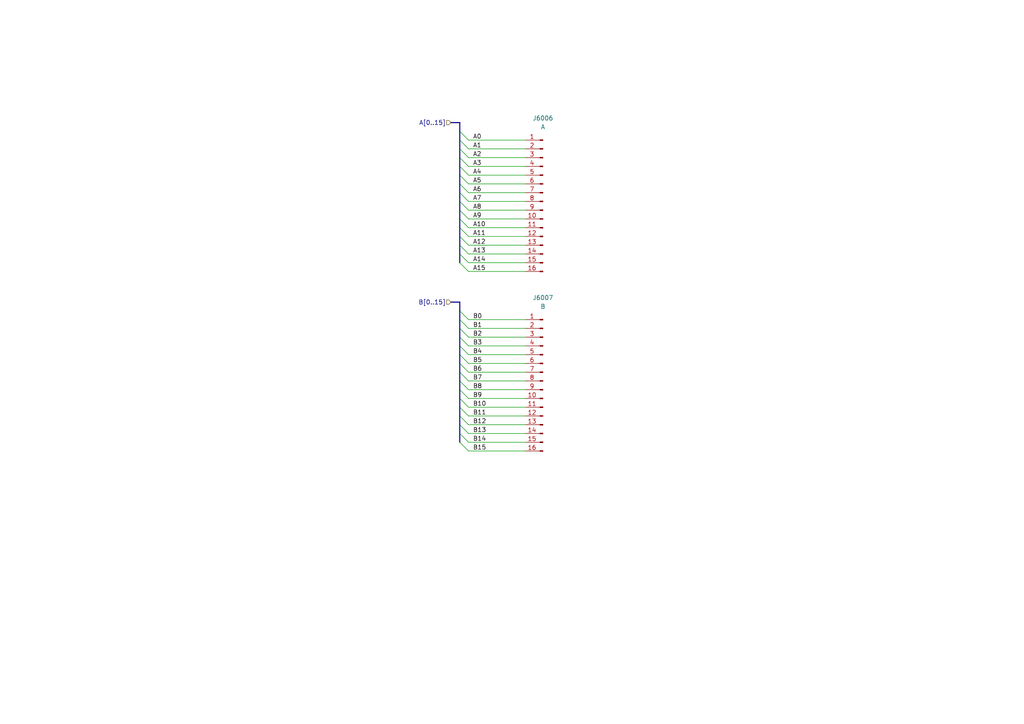
<source format=kicad_sch>
(kicad_sch (version 20211123) (generator eeschema)
  (paper "A4")
  (title_block (date "2022-04-13") (rev "A"))
  (lib_symbols
    (symbol "Connector:Conn_01x16_Male" (pin_names (offset 1.016) hide)
      (property "Reference" "J" (at 0 20.32 0))
      (property "Value" "Conn_01x16_Male" (at 0 -22.86 0))
      (symbol "Conn_01x16_Male_1_1"
        (polyline (pts (xy 1.27 -20.32) (xy 0.8636 -20.32)) (stroke (width 0.1524)))
        (polyline (pts (xy 1.27 -17.78) (xy 0.8636 -17.78)) (stroke (width 0.1524)))
        (polyline (pts (xy 1.27 -15.24) (xy 0.8636 -15.24)) (stroke (width 0.1524)))
        (polyline (pts (xy 1.27 -12.7) (xy 0.8636 -12.7)) (stroke (width 0.1524)))
        (polyline (pts (xy 1.27 -10.16) (xy 0.8636 -10.16)) (stroke (width 0.1524)))
        (polyline (pts (xy 1.27 -7.62) (xy 0.8636 -7.62)) (stroke (width 0.1524)))
        (polyline (pts (xy 1.27 -5.08) (xy 0.8636 -5.08)) (stroke (width 0.1524)))
        (polyline (pts (xy 1.27 -2.54) (xy 0.8636 -2.54)) (stroke (width 0.1524)))
        (polyline (pts (xy 1.27 0) (xy 0.8636 0)) (stroke (width 0.1524)))
        (polyline (pts (xy 1.27 2.54) (xy 0.8636 2.54)) (stroke (width 0.1524)))
        (polyline (pts (xy 1.27 5.08) (xy 0.8636 5.08)) (stroke (width 0.1524)))
        (polyline (pts (xy 1.27 7.62) (xy 0.8636 7.62)) (stroke (width 0.1524)))
        (polyline (pts (xy 1.27 10.16) (xy 0.8636 10.16)) (stroke (width 0.1524)))
        (polyline (pts (xy 1.27 12.7) (xy 0.8636 12.7)) (stroke (width 0.1524)))
        (polyline (pts (xy 1.27 15.24) (xy 0.8636 15.24)) (stroke (width 0.1524)))
        (polyline (pts (xy 1.27 17.78) (xy 0.8636 17.78)) (stroke (width 0.1524)))
        (rectangle (start 0.8636 -20.193) (end 0 -20.447) (stroke (width 0.1524)) (fill (type outline)))
        (rectangle (start 0.8636 -17.653) (end 0 -17.907) (stroke (width 0.1524)) (fill (type outline)))
        (rectangle (start 0.8636 -15.113) (end 0 -15.367) (stroke (width 0.1524)) (fill (type outline)))
        (rectangle (start 0.8636 -12.573) (end 0 -12.827) (stroke (width 0.1524)) (fill (type outline)))
        (rectangle (start 0.8636 -10.033) (end 0 -10.287) (stroke (width 0.1524)) (fill (type outline)))
        (rectangle (start 0.8636 -7.493) (end 0 -7.747) (stroke (width 0.1524)) (fill (type outline)))
        (rectangle (start 0.8636 -4.953) (end 0 -5.207) (stroke (width 0.1524)) (fill (type outline)))
        (rectangle (start 0.8636 -2.413) (end 0 -2.667) (stroke (width 0.1524)) (fill (type outline)))
        (rectangle (start 0.8636 0.127) (end 0 -0.127) (stroke (width 0.1524)) (fill (type outline)))
        (rectangle (start 0.8636 2.667) (end 0 2.413) (stroke (width 0.1524)) (fill (type outline)))
        (rectangle (start 0.8636 5.207) (end 0 4.953) (stroke (width 0.1524)) (fill (type outline)))
        (rectangle (start 0.8636 7.747) (end 0 7.493) (stroke (width 0.1524)) (fill (type outline)))
        (rectangle (start 0.8636 10.287) (end 0 10.033) (stroke (width 0.1524)) (fill (type outline)))
        (rectangle (start 0.8636 12.827) (end 0 12.573) (stroke (width 0.1524)) (fill (type outline)))
        (rectangle (start 0.8636 15.367) (end 0 15.113) (stroke (width 0.1524)) (fill (type outline)))
        (rectangle (start 0.8636 17.907) (end 0 17.653) (stroke (width 0.1524)) (fill (type outline)))
        (pin passive line (at 5.08 17.78 180) (length 3.81) (name "Pin_1") (number "1"))
        (pin passive line (at 5.08 -5.08 180) (length 3.81) (name "Pin_10") (number "10"))
        (pin passive line (at 5.08 -7.62 180) (length 3.81) (name "Pin_11") (number "11"))
        (pin passive line (at 5.08 -10.16 180) (length 3.81) (name "Pin_12") (number "12"))
        (pin passive line (at 5.08 -12.7 180) (length 3.81) (name "Pin_13") (number "13"))
        (pin passive line (at 5.08 -15.24 180) (length 3.81) (name "Pin_14") (number "14"))
        (pin passive line (at 5.08 -17.78 180) (length 3.81) (name "Pin_15") (number "15"))
        (pin passive line (at 5.08 -20.32 180) (length 3.81) (name "Pin_16") (number "16"))
        (pin passive line (at 5.08 15.24 180) (length 3.81) (name "Pin_2") (number "2"))
        (pin passive line (at 5.08 12.7 180) (length 3.81) (name "Pin_3") (number "3"))
        (pin passive line (at 5.08 10.16 180) (length 3.81) (name "Pin_4") (number "4"))
        (pin passive line (at 5.08 7.62 180) (length 3.81) (name "Pin_5") (number "5"))
        (pin passive line (at 5.08 5.08 180) (length 3.81) (name "Pin_6") (number "6"))
        (pin passive line (at 5.08 2.54 180) (length 3.81) (name "Pin_7") (number "7"))
        (pin passive line (at 5.08 0 180) (length 3.81) (name "Pin_8") (number "8"))
        (pin passive line (at 5.08 -2.54 180) (length 3.81) (name "Pin_9") (number "9"))
      )
    )
  )
  (bus_entry (at 133.35 60.96) (size 2.54 2.54))
  (bus_entry (at 133.35 43.18) (size 2.54 2.54))
  (bus_entry (at 133.35 118.11) (size 2.54 2.54))
  (bus_entry (at 133.35 125.73) (size 2.54 2.54))
  (bus_entry (at 133.35 105.41) (size 2.54 2.54))
  (bus_entry (at 133.35 107.95) (size 2.54 2.54))
  (bus_entry (at 133.35 92.71) (size 2.54 2.54))
  (bus_entry (at 133.35 58.42) (size 2.54 2.54))
  (bus_entry (at 133.35 100.33) (size 2.54 2.54))
  (bus_entry (at 133.35 68.58) (size 2.54 2.54))
  (bus_entry (at 133.35 63.5) (size 2.54 2.54))
  (bus_entry (at 133.35 73.66) (size 2.54 2.54))
  (bus_entry (at 133.35 113.03) (size 2.54 2.54))
  (bus_entry (at 133.35 120.65) (size 2.54 2.54))
  (bus_entry (at 133.35 55.88) (size 2.54 2.54))
  (bus_entry (at 133.35 66.04) (size 2.54 2.54))
  (bus_entry (at 133.35 97.79) (size 2.54 2.54))
  (bus_entry (at 133.35 90.17) (size 2.54 2.54))
  (bus_entry (at 133.35 40.64) (size 2.54 2.54))
  (bus_entry (at 133.35 76.2) (size 2.54 2.54))
  (bus_entry (at 133.35 102.87) (size 2.54 2.54))
  (bus_entry (at 133.35 115.57) (size 2.54 2.54))
  (bus_entry (at 133.35 128.27) (size 2.54 2.54))
  (bus_entry (at 133.35 50.8) (size 2.54 2.54))
  (bus_entry (at 133.35 71.12) (size 2.54 2.54))
  (bus_entry (at 133.35 123.19) (size 2.54 2.54))
  (bus_entry (at 133.35 38.1) (size 2.54 2.54))
  (bus_entry (at 133.35 48.26) (size 2.54 2.54))
  (bus_entry (at 133.35 110.49) (size 2.54 2.54))
  (bus_entry (at 133.35 95.25) (size 2.54 2.54))
  (bus_entry (at 133.35 53.34) (size 2.54 2.54))
  (bus_entry (at 133.35 45.72) (size 2.54 2.54))
  (bus (pts (xy 133.35 87.63) (xy 133.35 90.17)))
  (bus (pts (xy 133.35 73.66) (xy 133.35 76.2)))
  (wire (pts (xy 135.89 58.42) (xy 152.4 58.42)))
  (wire (pts (xy 135.89 60.96) (xy 152.4 60.96)))
  (bus (pts (xy 133.35 35.56) (xy 133.35 38.1)))
  (bus (pts (xy 133.35 113.03) (xy 133.35 115.57)))
  (bus (pts (xy 133.35 71.12) (xy 133.35 73.66)))
  (bus (pts (xy 133.35 40.64) (xy 133.35 43.18)))
  (bus (pts (xy 133.35 68.58) (xy 133.35 71.12)))
  (bus (pts (xy 133.35 60.96) (xy 133.35 63.5)))
  (bus (pts (xy 133.35 100.33) (xy 133.35 102.87)))
  (wire (pts (xy 135.89 110.49) (xy 152.4 110.49)))
  (wire (pts (xy 135.89 100.33) (xy 152.4 100.33)))
  (wire (pts (xy 135.89 71.12) (xy 152.4 71.12)))
  (bus (pts (xy 133.35 55.88) (xy 133.35 58.42)))
  (bus (pts (xy 133.35 45.72) (xy 133.35 48.26)))
  (bus (pts (xy 130.81 87.63) (xy 133.35 87.63)))
  (wire (pts (xy 135.89 97.79) (xy 152.4 97.79)))
  (wire (pts (xy 135.89 118.11) (xy 152.4 118.11)))
  (wire (pts (xy 135.89 48.26) (xy 152.4 48.26)))
  (bus (pts (xy 133.35 50.8) (xy 133.35 53.34)))
  (bus (pts (xy 133.35 125.73) (xy 133.35 128.27)))
  (wire (pts (xy 135.89 78.74) (xy 152.4 78.74)))
  (bus (pts (xy 133.35 63.5) (xy 133.35 66.04)))
  (bus (pts (xy 133.35 95.25) (xy 133.35 97.79)))
  (wire (pts (xy 135.89 66.04) (xy 152.4 66.04)))
  (wire (pts (xy 135.89 128.27) (xy 152.4 128.27)))
  (bus (pts (xy 133.35 48.26) (xy 133.35 50.8)))
  (wire (pts (xy 135.89 92.71) (xy 152.4 92.71)))
  (bus (pts (xy 133.35 115.57) (xy 133.35 118.11)))
  (wire (pts (xy 135.89 63.5) (xy 152.4 63.5)))
  (bus (pts (xy 133.35 90.17) (xy 133.35 92.71)))
  (bus (pts (xy 133.35 38.1) (xy 133.35 40.64)))
  (bus (pts (xy 133.35 118.11) (xy 133.35 120.65)))
  (bus (pts (xy 133.35 58.42) (xy 133.35 60.96)))
  (bus (pts (xy 133.35 53.34) (xy 133.35 55.88)))
  (wire (pts (xy 135.89 76.2) (xy 152.4 76.2)))
  (bus (pts (xy 130.81 35.56) (xy 133.35 35.56)))
  (wire (pts (xy 135.89 68.58) (xy 152.4 68.58)))
  (bus (pts (xy 133.35 66.04) (xy 133.35 68.58)))
  (wire (pts (xy 135.89 53.34) (xy 152.4 53.34)))
  (wire (pts (xy 135.89 50.8) (xy 152.4 50.8)))
  (wire (pts (xy 135.89 107.95) (xy 152.4 107.95)))
  (bus (pts (xy 133.35 120.65) (xy 133.35 123.19)))
  (wire (pts (xy 135.89 45.72) (xy 152.4 45.72)))
  (bus (pts (xy 133.35 102.87) (xy 133.35 105.41)))
  (bus (pts (xy 133.35 105.41) (xy 133.35 107.95)))
  (wire (pts (xy 135.89 55.88) (xy 152.4 55.88)))
  (wire (pts (xy 135.89 115.57) (xy 152.4 115.57)))
  (wire (pts (xy 135.89 95.25) (xy 152.4 95.25)))
  (wire (pts (xy 135.89 40.64) (xy 152.4 40.64)))
  (bus (pts (xy 133.35 123.19) (xy 133.35 125.73)))
  (wire (pts (xy 135.89 102.87) (xy 152.4 102.87)))
  (wire (pts (xy 135.89 73.66) (xy 152.4 73.66)))
  (wire (pts (xy 135.89 105.41) (xy 152.4 105.41)))
  (wire (pts (xy 135.89 123.19) (xy 152.4 123.19)))
  (wire (pts (xy 135.89 43.18) (xy 152.4 43.18)))
  (bus (pts (xy 133.35 43.18) (xy 133.35 45.72)))
  (wire (pts (xy 135.89 113.03) (xy 152.4 113.03)))
  (bus (pts (xy 133.35 107.95) (xy 133.35 110.49)))
  (bus (pts (xy 133.35 110.49) (xy 133.35 113.03)))
  (wire (pts (xy 135.89 120.65) (xy 152.4 120.65)))
  (wire (pts (xy 135.89 130.81) (xy 152.4 130.81)))
  (wire (pts (xy 135.89 125.73) (xy 152.4 125.73)))
  (bus (pts (xy 133.35 92.71) (xy 133.35 95.25)))
  (bus (pts (xy 133.35 97.79) (xy 133.35 100.33)))
  (label "B11" (at 137.16 120.65 0))
  (label "B6" (at 137.16 107.95 0))
  (label "B5" (at 137.16 105.41 0))
  (label "A0" (at 137.16 40.64 0))
  (label "A2" (at 137.16 45.72 0))
  (label "A13" (at 137.16 73.66 0))
  (label "A15" (at 137.16 78.74 0))
  (label "A10" (at 137.16 66.04 0))
  (label "A11" (at 137.16 68.58 0))
  (label "A6" (at 137.16 55.88 0))
  (label "A8" (at 137.16 60.96 0))
  (label "B9" (at 137.16 115.57 0))
  (label "B12" (at 137.16 123.19 0))
  (label "B7" (at 137.16 110.49 0))
  (label "B4" (at 137.16 102.87 0))
  (label "A5" (at 137.16 53.34 0))
  (label "A4" (at 137.16 50.8 0))
  (label "B15" (at 137.16 130.81 0))
  (label "A12" (at 137.16 71.12 0))
  (label "A3" (at 137.16 48.26 0))
  (label "B10" (at 137.16 118.11 0))
  (label "A1" (at 137.16 43.18 0))
  (label "B3" (at 137.16 100.33 0))
  (label "B0" (at 137.16 92.71 0))
  (label "A14" (at 137.16 76.2 0))
  (label "B14" (at 137.16 128.27 0))
  (label "A9" (at 137.16 63.5 0))
  (label "A7" (at 137.16 58.42 0))
  (label "B13" (at 137.16 125.73 0))
  (label "B2" (at 137.16 97.79 0))
  (label "B8" (at 137.16 113.03 0))
  (label "B1" (at 137.16 95.25 0))
  (hierarchical_label "A[0..15]" (shape input) (at 130.81 35.56 180))
  (hierarchical_label "B[0..15]" (shape input) (at 130.81 87.63 180))
  (symbol (lib_id "Connector:Conn_01x16_Male") (at 157.48 110.49 0) (mirror y) (unit 1)
    (property "Reference" "J6007" (at 157.48 86.36 0))
    (property "Value" "B" (at 157.48 88.9 0))
    (property "Footprint" "Connector_PinHeader_2.54mm:PinHeader_1x16_P2.54mm_Vertical" (effects hide))
  )
  (symbol (lib_id "Connector:Conn_01x16_Male") (at 157.48 58.42 0) (mirror y) (unit 1)
    (property "Reference" "J6006" (at 157.48 34.29 0))
    (property "Value" "A" (at 157.48 36.83 0))
    (property "Footprint" "Connector_PinHeader_2.54mm:PinHeader_1x16_P2.54mm_Vertical" (effects hide))
  )
)
</source>
